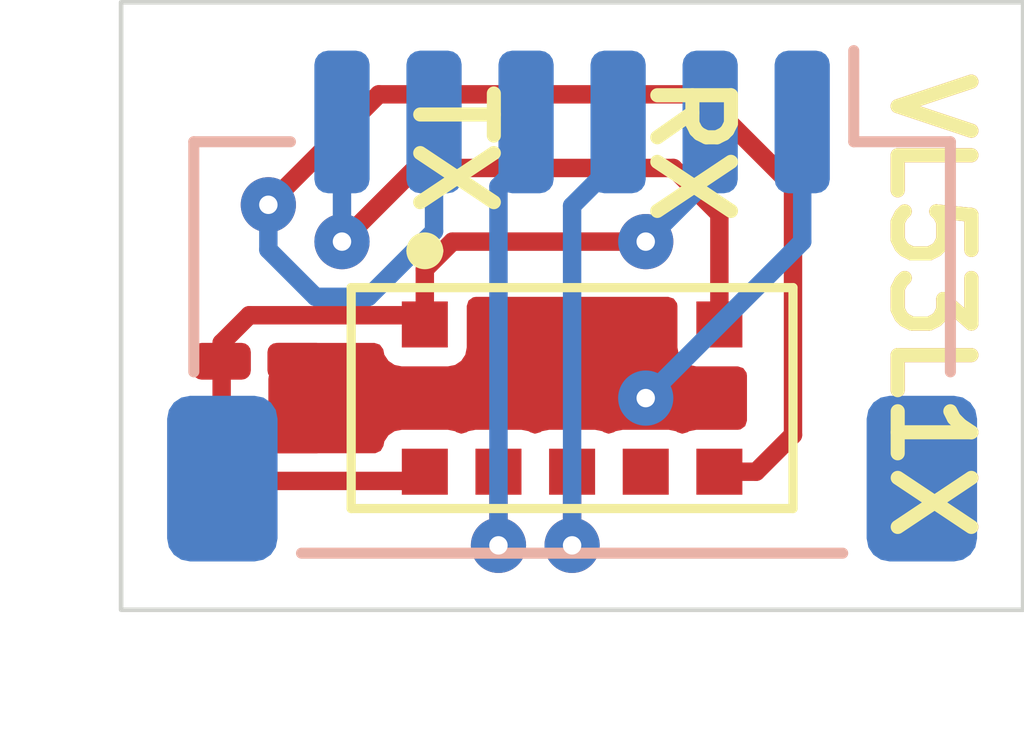
<source format=kicad_pcb>
(kicad_pcb (version 20201220) (generator pcbnew)
  (layers (0 "F.Cu" signal) (31 "B.Cu" signal) (34 "B.Paste" user) (35 "F.Paste" user) (36 "B.SilkS" user "B.Silkscreen") (37 "F.SilkS" user "F.Silkscreen") (38 "B.Mask" user) (39 "F.Mask" user) (44 "Edge.Cuts" user))
  (net 0 "")
  (net 1 "GND")
  (net 2 "/AVDD")
  (net 3 "/XSHUT")
  (net 4 "/GPIO1")
  (net 5 "/SDA")
  (net 6 "/SCL")
  (footprint "Capacitor_SMD:C_0201_0603Metric_Pad0.64x0.40mm_HandSolder" (layer "F.Cu") (at 149 89.3)
    (fp_text reference "C1" hide)
    (fp_text value "100 nF")
    (pad "1" smd roundrect (at -0.4075 0) (size 0.635 0.4) (layers "F.Cu" "F.Mask") (net 2 "/AVDD"))
    (pad "2" smd roundrect (at 0.4075 0) (size 0.635 0.4) (layers "F.Cu" "F.Mask") (net 1 "GND"))
  )
  (footprint "Capacitor_SMD:C_0201_0603Metric_Pad0.64x0.40mm_HandSolder" (layer "F.Cu") (at 149 88.5)
    (fp_text reference "C2" hide)
    (fp_text value "4.7 uF")
    (pad "1" smd roundrect (at -0.4075 0) (size 0.635 0.4) (layers "F.Cu" "F.Mask") (net 2 "/AVDD"))
    (pad "2" smd roundrect (at 0.4075 0) (size 0.635 0.4) (layers "F.Cu" "F.Mask") (net 1 "GND"))
  )
  (footprint "VL53L1X:VL53L1X" (layer "F.Cu") (at 152.4 88.9)
    (fp_text reference "IC1" hide)
    (fp_text value "VL53L1X" hide)
    (fp_line (start -1.7 -1.6) (end -1.7 -1.6) (layer "F.SilkS") (width 0.2))
    (fp_line (start 2.4 -1.2) (end 2.4 1.2) (layer "F.SilkS") (width 0.1))
    (fp_line (start -2.4 -1.2) (end 2.4 -1.2) (layer "F.SilkS") (width 0.1))
    (fp_line (start 2.4 1.2) (end -2.4 1.2) (layer "F.SilkS") (width 0.1))
    (fp_line (start -2.4 1.2) (end -2.4 -1.2) (layer "F.SilkS") (width 0.1))
    (fp_line (start -1.5 -1.6) (end -1.5 -1.6) (layer "F.SilkS") (width 0.2))
    (fp_arc (start -1.6 -1.6) (end -1.7 -1.6) (angle 180) (layer "F.SilkS") (width 0.2))
    (fp_arc (start -1.6 -1.6) (end -1.5 -1.6) (angle 180) (layer "F.SilkS") (width 0.2))
    (pad "1" smd rect (at -1.6 -0.8 90) (size 0.5 0.5) (layers "F.Cu" "F.Paste" "F.Mask") (net 2 "/AVDD"))
    (pad "2" smd rect (at -0.8 -0.8 90) (size 0.5 0.5) (layers "F.Cu" "F.Paste" "F.Mask") (net 1 "GND"))
    (pad "3" smd rect (at 0 -0.8 90) (size 0.5 0.5) (layers "F.Cu" "F.Paste" "F.Mask") (net 1 "GND"))
    (pad "4" smd rect (at 0.8 -0.8 90) (size 0.5 0.5) (layers "F.Cu" "F.Paste" "F.Mask") (net 1 "GND"))
    (pad "5" smd rect (at 1.6 -0.8 90) (size 0.5 0.5) (layers "F.Cu" "F.Paste" "F.Mask") (net 3 "/XSHUT"))
    (pad "6" smd rect (at 1.6 0 90) (size 0.5 0.5) (layers "F.Cu" "F.Paste" "F.Mask") (net 1 "GND"))
    (pad "7" smd rect (at 1.6 0.8 90) (size 0.5 0.5) (layers "F.Cu" "F.Paste" "F.Mask") (net 4 "/GPIO1"))
    (pad "8" smd rect (at 0.8 0.8 90) (size 0.5 0.5) (layers "F.Cu" "F.Paste" "F.Mask"))
    (pad "9" smd rect (at 0 0.8 90) (size 0.5 0.5) (layers "F.Cu" "F.Paste" "F.Mask") (net 5 "/SDA"))
    (pad "10" smd rect (at -0.8 0.8 90) (size 0.5 0.5) (layers "F.Cu" "F.Paste" "F.Mask") (net 6 "/SCL"))
    (pad "11" smd rect (at -1.6 0.8 90) (size 0.5 0.5) (layers "F.Cu" "F.Paste" "F.Mask") (net 2 "/AVDD"))
    (pad "12" smd rect (at -1.6 0 90) (size 0.5 0.5) (layers "F.Cu" "F.Paste" "F.Mask") (net 1 "GND"))
  )
  (footprint "Connector_JST:JST_SH_SM06B-SRSS-TB_1x06-1MP_P1.00mm_Horizontal" (layer "B.Cu") (at 152.4 87.9 180)
    (fp_text reference "J1" hide)
    (fp_text value "Conn_01x06")
    (fp_line (start -3.06 1.785) (end -3.06 2.775) (layer "B.SilkS") (width 0.12))
    (fp_line (start -4.11 1.785) (end -3.06 1.785) (layer "B.SilkS") (width 0.12))
    (fp_line (start -4.11 -0.715) (end -4.11 1.785) (layer "B.SilkS") (width 0.12))
    (fp_line (start -2.94 -2.685) (end 2.94 -2.685) (layer "B.SilkS") (width 0.12))
    (fp_line (start 4.11 -0.715) (end 4.11 1.785) (layer "B.SilkS") (width 0.12))
    (fp_line (start 4.11 1.785) (end 3.06 1.785) (layer "B.SilkS") (width 0.12))
    (pad "1" smd roundrect (at -2.5 2 180) (size 0.6 1.55) (layers "B.Cu" "B.Paste" "B.Mask") (net 1 "GND"))
    (pad "2" smd roundrect (at -1.5 2 180) (size 0.6 1.55) (layers "B.Cu" "B.Paste" "B.Mask") (net 2 "/AVDD"))
    (pad "3" smd roundrect (at -0.5 2 180) (size 0.6 1.55) (layers "B.Cu" "B.Paste" "B.Mask") (net 5 "/SDA"))
    (pad "4" smd roundrect (at 0.5 2 180) (size 0.6 1.55) (layers "B.Cu" "B.Paste" "B.Mask") (net 6 "/SCL"))
    (pad "5" smd roundrect (at 1.5 2 180) (size 0.6 1.55) (layers "B.Cu" "B.Paste" "B.Mask") (net 4 "/GPIO1"))
    (pad "6" smd roundrect (at 2.5 2 180) (size 0.6 1.55) (layers "B.Cu" "B.Paste" "B.Mask") (net 3 "/XSHUT"))
    (pad "MP" smd roundrect (at -3.8 -1.875 180) (size 1.2 1.8) (layers "B.Cu" "B.Paste" "B.Mask") (roundrect_rratio 0.2083333333333333))
    (pad "MP" smd roundrect (at 3.8 -1.875 180) (size 1.2 1.8) (layers "B.Cu" "B.Paste" "B.Mask") (roundrect_rratio 0.2083333333333333))
  )
  (gr_rect (start 147.5 84.6) (end 157.3 91.2) (layer "Edge.Cuts") (width 0.05) (fill none))
  (gr_text "VL53L1X" (at 156.3 87.9 270) (layer "F.Cu") (effects (font (size 0.8 0.8) (thickness 0.153))))
  (gr_text "RX\n\nTX\n" (at 152.4 86.2 270) (layer "F.SilkS") (effects (font (size 0.8 0.8) (thickness 0.153))))
  (gr_text "VL53L1X" (at 156.3 87.9 270) (layer "F.SilkS") (effects (font (size 0.8 0.8) (thickness 0.153))))
  (via (at 153.2 88.9) (size 0.6) (drill 0.2) (layers "F.Cu" "B.Cu") (net 1))
  (segment (start 154.9 85.9) (end 154.9 87.2) (width 0.2) (layer "B.Cu") (net 1))
  (segment (start 154.9 87.2) (end 153.2 88.9) (width 0.2) (layer "B.Cu") (net 1))
  (segment (start 148.5925 88.5) (end 148.5925 88.3) (width 0.2) (layer "F.Cu") (net 2))
  (segment (start 148.89251 87.99999) (end 150.69999 87.99999) (width 0.2) (layer "F.Cu") (net 2))
  (segment (start 151.1 87.2) (end 150.8 87.5) (width 0.2) (layer "F.Cu") (net 2))
  (segment (start 148.5925 89.5) (end 148.89251 89.80001) (width 0.2) (layer "F.Cu") (net 2))
  (segment (start 148.5925 89.3) (end 148.5925 89.5) (width 0.2) (layer "F.Cu") (net 2))
  (segment (start 148.5925 88.3) (end 148.89251 87.99999) (width 0.2) (layer "F.Cu") (net 2))
  (segment (start 151.1 87.2) (end 153.2 87.2) (width 0.2) (layer "F.Cu") (net 2))
  (segment (start 150.8 87.5) (end 150.8 88.1) (width 0.2) (layer "F.Cu") (net 2))
  (segment (start 148.5925 89.3) (end 148.5925 88.5) (width 0.2) (layer "F.Cu") (net 2))
  (segment (start 148.89251 89.80001) (end 150.69999 89.80001) (width 0.2) (layer "F.Cu") (net 2))
  (via (at 153.2 87.2) (size 0.6) (drill 0.2) (layers "F.Cu" "B.Cu") (net 2))
  (segment (start 153.2 87.2) (end 153.9 86.5) (width 0.2) (layer "B.Cu") (net 2))
  (segment (start 149.9 87.2) (end 150.7 86.4) (width 0.2) (layer "F.Cu") (net 3))
  (segment (start 153.5 86.4) (end 154 86.9) (width 0.2) (layer "F.Cu") (net 3))
  (segment (start 154 86.9) (end 154 88.1) (width 0.2) (layer "F.Cu") (net 3))
  (segment (start 150.7 86.4) (end 153.5 86.4) (width 0.2) (layer "F.Cu") (net 3))
  (via (at 149.9 87.2) (size 0.6) (drill 0.2) (layers "F.Cu" "B.Cu") (net 3))
  (segment (start 149.9 85.9) (end 149.9 87.2) (width 0.2) (layer "B.Cu") (net 3))
  (segment (start 153.8 85.6) (end 154.8 86.6) (width 0.2) (layer "F.Cu") (net 4))
  (segment (start 154.8 89.3) (end 154.4 89.7) (width 0.2) (layer "F.Cu") (net 4))
  (segment (start 150.3 85.6) (end 153.8 85.6) (width 0.2) (layer "F.Cu") (net 4))
  (segment (start 154.8 86.6) (end 154.8 89.3) (width 0.2) (layer "F.Cu") (net 4))
  (segment (start 154.4 89.7) (end 154 89.7) (width 0.2) (layer "F.Cu") (net 4))
  (segment (start 149.1 86.8) (end 150.3 85.6) (width 0.2) (layer "F.Cu") (net 4))
  (via (at 149.1 86.8) (size 0.6) (drill 0.2) (layers "F.Cu" "B.Cu") (net 4))
  (segment (start 150.9 87.088002) (end 150.188001 87.800001) (width 0.2) (layer "B.Cu") (net 4))
  (segment (start 150.9 85.9) (end 150.9 87.088002) (width 0.2) (layer "B.Cu") (net 4))
  (segment (start 149.1 87.288002) (end 149.1 86.8) (width 0.2) (layer "B.Cu") (net 4))
  (segment (start 150.188001 87.800001) (end 149.611999 87.800001) (width 0.2) (layer "B.Cu") (net 4))
  (segment (start 149.611999 87.800001) (end 149.1 87.288002) (width 0.2) (layer "B.Cu") (net 4))
  (segment (start 152.4 89.7) (end 152.4 90.5) (width 0.2) (layer "F.Cu") (net 5))
  (via (at 152.4 90.5) (size 0.6) (drill 0.2) (layers "F.Cu" "B.Cu") (net 5))
  (segment (start 152.4 90.5) (end 152.4 86.811412) (width 0.2) (layer "B.Cu") (net 5))
  (segment (start 152.4 86.811412) (end 152.9 86.311412) (width 0.2) (layer "B.Cu") (net 5))
  (segment (start 151.6 89.7) (end 151.6 90.5) (width 0.2) (layer "F.Cu") (net 6))
  (via (at 151.6 90.5) (size 0.6) (drill 0.2) (layers "F.Cu" "B.Cu") (net 6))
  (segment (start 151.6 86.6) (end 151.6 90.5) (width 0.2) (layer "B.Cu") (net 6))
  (segment (start 151.9 86.3) (end 151.6 86.6) (width 0.2) (layer "B.Cu") (net 6))
  (zone (net 1) (net_name "GND") (layer "F.Cu") (connect_pads yes (clearance 0)) (min_thickness 0.2) (fill yes (thermal_gap 0.2) (thermal_bridge_width 0.2))
    (polygon (pts (xy 154.3 89.5) (xy 149.1 89.5) (xy 149.1 87.8) (xy 154.3 87.8)))
  )
)
</source>
